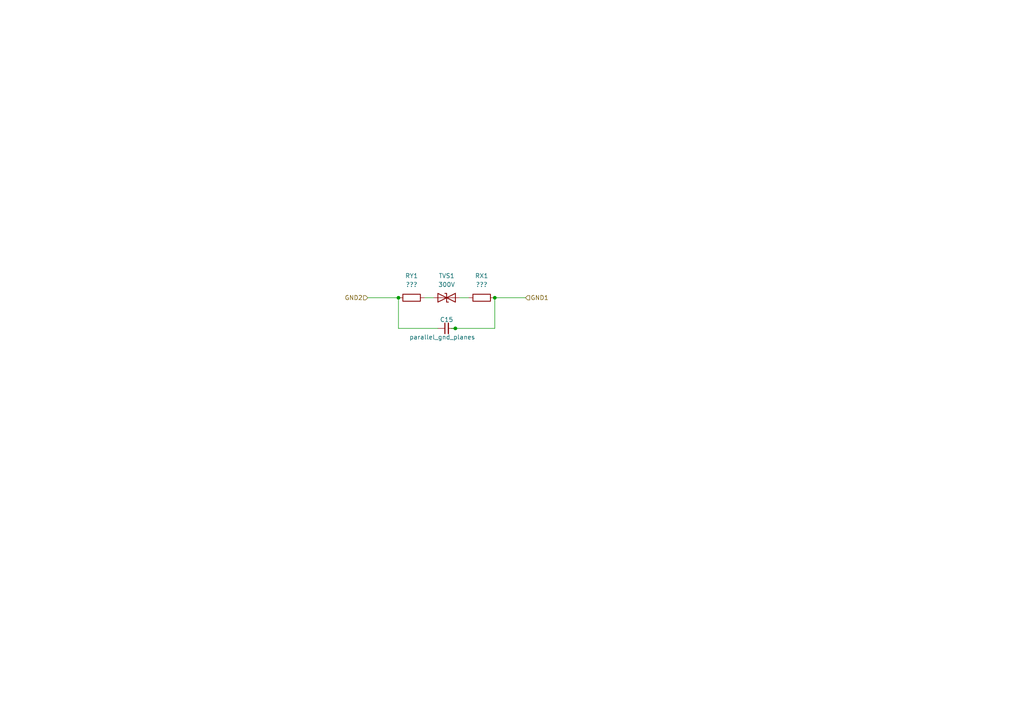
<source format=kicad_sch>
(kicad_sch (version 20231120) (generator "eeschema") (generator_version "8.0")
  (paper "A4")
  (lib_symbols
    (symbol "Device:C_Small" (pin_numbers hide) (pin_names (offset 0.254) hide)
      (property "Reference" "C" (at 0.254 1.778 0))
      (property "Value" "C_Small" (at 0.254 -2.032 0))
      (symbol "C_Small_0_1"
        (polyline (pts (xy -1.524 -0.508) (xy 1.524 -0.508)) (stroke (width 0.3302)))
        (polyline (pts (xy -1.524 0.508) (xy 1.524 0.508)) (stroke (width 0.3048)))
      )
      (symbol "C_Small_1_1"
        (pin passive line (at 0 2.54 270) (length 2.032) (name "~") (number "1"))
        (pin passive line (at 0 -2.54 90) (length 2.032) (name "~") (number "2"))
      )
    )
    (symbol "Device:D_TVS" (pin_numbers hide) (pin_names (offset 1.016) hide)
      (property "Reference" "D" (at 0 2.54 0))
      (property "Value" "D_TVS" (at 0 -2.54 0))
      (symbol "D_TVS_0_1"
        (polyline (pts (xy 1.27 0) (xy -1.27 0)))
        (polyline (pts (xy 0.508 1.27) (xy 0 1.27) (xy 0 -1.27) (xy -0.508 -1.27)) (stroke (width 0.254)))
        (polyline (pts (xy -2.54 1.27) (xy -2.54 -1.27) (xy 2.54 1.27) (xy 2.54 -1.27) (xy -2.54 1.27)) (stroke (width 0.254)))
      )
      (symbol "D_TVS_1_1"
        (pin passive line (at -3.81 0 0) (length 2.54) (name "A1") (number "1"))
        (pin passive line (at 3.81 0 180) (length 2.54) (name "A2") (number "2"))
      )
    )
    (symbol "Device:R" (pin_numbers hide) (pin_names (offset 0))
      (property "Reference" "R" (at 2.032 0 90))
      (property "Value" "R" (at 0 0 90))
      (symbol "R_0_1"
        (rectangle (start -1.016 -2.54) (end 1.016 2.54) (stroke (width 0.254)))
      )
      (symbol "R_1_1"
        (pin passive line (at 0 3.81 270) (length 1.27) (name "~") (number "1"))
        (pin passive line (at 0 -3.81 90) (length 1.27) (name "~") (number "2"))
      )
    )
  )
  (junction (at 132.08 95.25))
  (junction (at 115.57 86.36))
  (junction (at 143.51 86.36))
  (wire (pts (xy 106.68 86.36) (xy 115.57 86.36)))
  (wire (pts (xy 127 95.25) (xy 115.57 95.25)))
  (wire (pts (xy 133.35 86.36) (xy 135.89 86.36)))
  (wire (pts (xy 152.4 86.36) (xy 143.51 86.36)))
  (wire (pts (xy 132.08 95.25) (xy 143.51 95.25)))
  (wire (pts (xy 115.57 95.25) (xy 115.57 86.36)))
  (wire (pts (xy 125.73 86.36) (xy 123.19 86.36)))
  (wire (pts (xy 130.81 95.25) (xy 132.08 95.25)))
  (wire (pts (xy 143.51 95.25) (xy 143.51 86.36)))
  (hierarchical_label "GND2" (shape input) (at 106.68 86.36 180))
  (hierarchical_label "GND1" (shape input) (at 152.4 86.36 0))
  (symbol (lib_id "Device:R") (at 139.7 86.36 270) (mirror x) (unit 1)
    (property "Reference" "RX1" (at 139.7 80.01 90))
    (property "Value" "???" (at 139.7 82.55 90))
  )
  (symbol (lib_id "Device:R") (at 119.38 86.36 270) (mirror x) (unit 1)
    (property "Reference" "RY1" (at 119.38 80.01 90))
    (property "Value" "???" (at 119.38 82.55 90))
  )
  (symbol (lib_id "Device:C_Small") (at 129.54 95.25 90) (mirror x) (unit 1)
    (property "Reference" "C15" (at 129.54 92.71 90))
    (property "Value" "parallel_gnd_planes" (at 128.27 97.79 90))
  )
  (symbol (lib_id "Device:D_TVS") (at 129.54 86.36 0) (mirror y) (unit 1)
    (property "Reference" "TVS1" (at 129.54 80.01 0))
    (property "Value" "300V" (at 129.54 82.55 0))
  )
)
</source>
